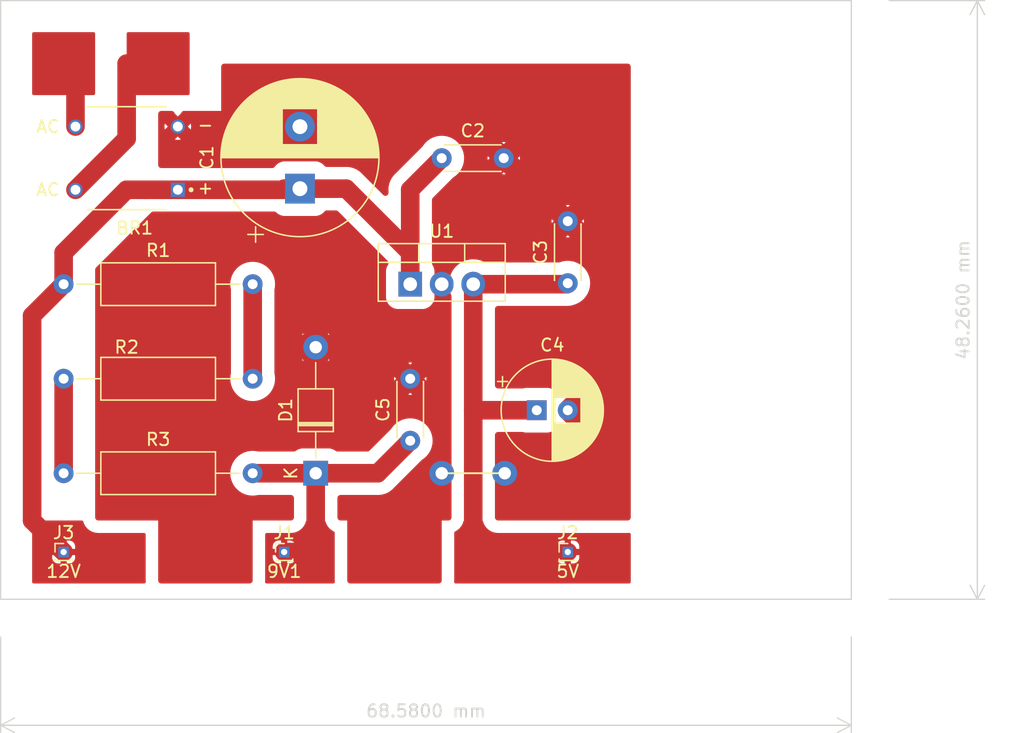
<source format=kicad_pcb>
(kicad_pcb (version 20221018) (generator pcbnew)
  (title_block (title "Power Supply") (date "2024-02-09") (rev "v0.1.2") (company "DagTech"))
  (layers (0 "F.Cu" signal) (31 "B.Cu" signal) (34 "B.Paste" user) (35 "F.Paste" user) (36 "B.SilkS" user "B.Silkscreen") (37 "F.SilkS" user "F.Silkscreen") (38 "B.Mask" user) (39 "F.Mask" user) (44 "Edge.Cuts" user))
  (net 0 "")
  (net 1 "+12V")
  (net 2 "GND")
  (net 3 "VAC")
  (net 4 "Net-(R1-Pad2)")
  (net 5 "Net-(R2-Pad2)")
  (net 6 "+5V")
  (net 7 "+9V")
  (footprint "Capacitor_THT:CP_Radial_D12.5mm_P5.00mm" (layer "F.Cu") (at 74.93 53.26 90)
    (fp_text reference "C1" (at 2.5 -7.5 90) (layer "F.SilkS"))
    (fp_text value "3300uF")
    (pad "1" thru_hole rect (at 0 0 90) (size 2.4 2.4) (drill 1.2) (layers "*.Cu" "*.Mask") (net 1 "+12V"))
    (pad "2" thru_hole circle (at 5 0 90) (size 2.4 2.4) (drill 1.2) (layers "*.Cu" "*.Mask") (net 2 "GND"))
  )
  (footprint "Resistor_THT:R_Axial_DIN0309_L9.0mm_D3.2mm_P15.24mm_Horizontal" (layer "F.Cu") (at 55.88 76.2)
    (fp_text reference "R3" (at 7.62 -2.72) (layer "F.SilkS"))
    (fp_text value "10R")
    (pad "1" thru_hole circle (at 0 0) (size 1.6 1.6) (drill 0.8) (layers "*.Cu" "*.Mask") (net 5 "Net-(R2-Pad2)"))
    (pad "2" thru_hole oval (at 15.24 0) (size 1.6 1.6) (drill 0.8) (layers "*.Cu" "*.Mask") (net 7 "+9V"))
  )
  (footprint "Capacitor_THT:C_Disc_D4.3mm_W1.9mm_P5.00mm" (layer "F.Cu") (at 96.52 60.88 90)
    (fp_text reference "C3" (at 2.5 -2.2 90) (layer "F.SilkS"))
    (fp_text value "100pF")
    (pad "1" thru_hole circle (at 0 0 90) (size 1.6 1.6) (drill 0.8) (layers "*.Cu" "*.Mask") (net 6 "+5V"))
    (pad "2" thru_hole circle (at 5 0 90) (size 1.6 1.6) (drill 0.8) (layers "*.Cu" "*.Mask") (net 2 "GND"))
  )
  (footprint "Capacitor_THT:C_Disc_D4.3mm_W1.9mm_P5.00mm" (layer "F.Cu") (at 83.82 73.58 90)
    (fp_text reference "C5" (at 2.5 -2.2 90) (layer "F.SilkS"))
    (fp_text value "100pF")
    (pad "1" thru_hole circle (at 0 0 90) (size 1.6 1.6) (drill 0.8) (layers "*.Cu" "*.Mask") (net 7 "+9V"))
    (pad "2" thru_hole circle (at 5 0 90) (size 1.6 1.6) (drill 0.8) (layers "*.Cu" "*.Mask") (net 2 "GND"))
  )
  (footprint "Capacitor_THT:CP_Radial_D8.0mm_P2.50mm" (layer "F.Cu") (at 94.02 71.12)
    (fp_text reference "C4" (at 1.25 -5.25) (layer "F.SilkS"))
    (fp_text value "470uF")
    (pad "1" thru_hole rect (at 0 0) (size 1.6 1.6) (drill 0.8) (layers "*.Cu" "*.Mask") (net 6 "+5V"))
    (pad "2" thru_hole circle (at 2.5 0) (size 1.6 1.6) (drill 0.8) (layers "*.Cu" "*.Mask") (net 2 "GND"))
  )
  (footprint "Package_TO_SOT_THT:TO-220-3_Vertical" (layer "F.Cu") (at 83.82 60.96)
    (fp_text reference "U1" (at 2.54 -4.27) (layer "F.SilkS"))
    (fp_text value "LM7805_TO220")
    (pad "1" thru_hole rect (at 0 0) (size 1.905 2) (drill 1.1) (layers "*.Cu" "*.Mask") (net 1 "+12V"))
    (pad "2" thru_hole oval (at 2.54 0) (size 1.905 2) (drill 1.1) (layers "*.Cu" "*.Mask") (net 2 "GND"))
    (pad "3" thru_hole oval (at 5.08 0) (size 1.905 2) (drill 1.1) (layers "*.Cu" "*.Mask") (net 6 "+5V"))
  )
  (footprint "Connector_PinHeader_1.00mm:PinHeader_1x01_P1.00mm_Vertical" (layer "F.Cu") (at 96.52 82.55)
    (fp_text reference "J2" (at 0 -1.56) (layer "F.SilkS"))
    (fp_text value "5V" (at 0 1.56) (layer "F.SilkS"))
    (pad "1" thru_hole rect (at 0 0) (size 0.85 0.85) (drill 0.5) (layers "*.Cu" "*.Mask") (net 6 "+5V"))
  )
  (footprint "Connector_PinHeader_1.00mm:PinHeader_1x01_P1.00mm_Vertical" (layer "F.Cu") (at 73.66 82.55)
    (fp_text reference "J1" (at 0 -1.56) (layer "F.SilkS"))
    (fp_text value "9V1" (at 0 1.56) (layer "F.SilkS"))
    (pad "1" thru_hole rect (at 0 0) (size 0.85 0.85) (drill 0.5) (layers "*.Cu" "*.Mask") (net 7 "+9V"))
  )
  (footprint "Capacitor_THT:C_Disc_D4.3mm_W1.9mm_P5.00mm" (layer "F.Cu") (at 86.36 50.8)
    (fp_text reference "C2" (at 2.5 -2.2) (layer "F.SilkS"))
    (fp_text value "100pF")
    (pad "1" thru_hole circle (at 0 0) (size 1.6 1.6) (drill 0.8) (layers "*.Cu" "*.Mask") (net 1 "+12V"))
    (pad "2" thru_hole circle (at 5 0) (size 1.6 1.6) (drill 0.8) (layers "*.Cu" "*.Mask") (net 2 "GND"))
  )
  (footprint "Resistor_THT:R_Axial_DIN0309_L9.0mm_D3.2mm_P15.24mm_Horizontal" (layer "F.Cu") (at 71.12 68.58 180)
    (fp_text reference "R2" (at 10.16 2.54 180) (layer "F.SilkS"))
    (fp_text value "10R")
    (pad "1" thru_hole circle (at 0 0 180) (size 1.6 1.6) (drill 0.8) (layers "*.Cu" "*.Mask") (net 4 "Net-(R1-Pad2)"))
    (pad "2" thru_hole oval (at 15.24 0 180) (size 1.6 1.6) (drill 0.8) (layers "*.Cu" "*.Mask") (net 5 "Net-(R2-Pad2)"))
  )
  (footprint "Diode_THT:D_T-1_P10.16mm_Horizontal" (layer "F.Cu") (at 76.2 76.2 90)
    (fp_text reference "D1" (at 5.08 -2.42 90) (layer "F.SilkS"))
    (fp_text value "9V1")
    (fp_text user "K" (at 0 -2 90) (layer "F.SilkS"))
    (pad "1" thru_hole rect (at 0 0 90) (size 2 2) (drill 1) (layers "*.Cu" "*.Mask") (net 7 "+9V"))
    (pad "2" thru_hole oval (at 10.16 0 90) (size 2 2) (drill 1) (layers "*.Cu" "*.Mask") (net 2 "GND"))
  )
  (footprint "Resistor_THT:R_Axial_DIN0309_L9.0mm_D3.2mm_P15.24mm_Horizontal" (layer "F.Cu") (at 55.88 60.96)
    (fp_text reference "R1" (at 7.62 -2.72) (layer "F.SilkS"))
    (fp_text value "10R")
    (pad "1" thru_hole circle (at 0 0) (size 1.6 1.6) (drill 0.8) (layers "*.Cu" "*.Mask") (net 1 "+12V"))
    (pad "2" thru_hole oval (at 15.24 0) (size 1.6 1.6) (drill 0.8) (layers "*.Cu" "*.Mask") (net 4 "Net-(R1-Pad2)"))
  )
  (footprint "Connector_PinHeader_1.00mm:PinHeader_1x01_P1.00mm_Vertical" (layer "F.Cu") (at 55.88 82.55)
    (fp_text reference "J3" (at 0 -1.56) (layer "F.SilkS"))
    (fp_text value "12V" (at 0 1.56) (layer "F.SilkS"))
    (pad "1" thru_hole rect (at 0 0) (size 0.85 0.85) (drill 0.5) (layers "*.Cu" "*.Mask") (net 1 "+12V"))
  )
  (footprint "DB107:DIP825W50P509L880H320Q4" (layer "F.Cu") (at 60.96 50.8 180)
    (fp_text reference "BR1" (at -0.645 -5.635) (layer "F.SilkS"))
    (fp_text value "DB107")
    (fp_text user "+" (at -6.35 -2.54 180 unlocked) (layer "F.SilkS"))
    (fp_text user "AC" (at 6.35 -2.54 180) (layer "F.SilkS"))
    (fp_text user "-" (at -6.35 2.54 180 unlocked) (layer "F.SilkS"))
    (fp_text user "AC" (at 6.35 2.54 180) (layer "F.SilkS"))
    (pad "1" thru_hole rect (at -4.125 -2.55 180) (size 1.14 1.14) (drill 0.79) (layers "*.Cu" "*.Mask") (net 1 "+12V"))
    (pad "2" thru_hole circle (at -4.125 2.55 180) (size 1.14 1.14) (drill 0.79) (layers "*.Cu" "*.Mask") (net 2 "GND"))
    (pad "3" thru_hole circle (at 4.125 2.55 180) (size 1.14 1.14) (drill 0.79) (layers "*.Cu" "*.Mask") (net 3 "VAC"))
    (pad "4" thru_hole circle (at 4.125 -2.55 180) (size 1.14 1.14) (drill 0.79) (layers "*.Cu" "*.Mask") (net 3 "VAC"))
  )
  (gr_line (start 91.44 76.2) (end 86.36 76.2) (stroke (width 0.15)) (layer "F.SilkS"))
  (gr_rect (start 50.8 38.1) (end 119.38 86.36) (stroke (width 0.1)) (fill none) (layer "Edge.Cuts"))
  (dimension (type aligned) (layer "Edge.Cuts") (pts (xy 119.38 88.9) (xy 50.8 88.9)) (height -7.62) (gr_text "68.5800 mm" (at 85.09 95.37) (layer "Edge.Cuts") (effects (font (size 1 1) (thickness 0.15)))) (format (prefix "") (suffix "") (units 3) (units_format 1) (precision 4)) (style (thickness 0.1) (arrow_length 1.27) (text_position_mode 0) (extension_height 0.58642) (extension_offset 0.5) keep_text_aligned))
  (dimension (type aligned) (layer "Edge.Cuts") (pts (xy 121.92 38.1) (xy 121.92 86.36)) (height -7.62) (gr_text "48.2600 mm" (at 128.39 62.23 90) (layer "Edge.Cuts") (effects (font (size 1 1) (thickness 0.15)))) (format (prefix "") (suffix "") (units 3) (units_format 1) (precision 4)) (style (thickness 0.1) (arrow_length 1.27) (text_position_mode 0) (extension_height 0.58642) (extension_offset 0.5) keep_text_aligned))
  (segment (start 53.34 80.01) (end 55.88 82.55) (width 1.5) (layer "F.Cu") (net 1))
  (segment (start 55.88 58.42) (end 55.88 60.96) (width 1.5) (layer "F.Cu") (net 1))
  (segment (start 60.95 53.35) (end 55.88 58.42) (width 1.5) (layer "F.Cu") (net 1))
  (segment (start 55.88 60.96) (end 53.34 63.5) (width 1.5) (layer "F.Cu") (net 1))
  (segment (start 78.66 53.26) (end 83.82 58.42) (width 1.5) (layer "F.Cu") (net 1))
  (segment (start 62.545 53.35) (end 60.95 53.35) (width 1.5) (layer "F.Cu") (net 1))
  (segment (start 62.545 53.35) (end 73.57 53.35) (width 1.5) (layer "F.Cu") (net 1))
  (segment (start 83.82 53.34) (end 83.82 60.96) (width 1.5) (layer "F.Cu") (net 1))
  (segment (start 83.82 58.42) (end 83.82 60.96) (width 1.5) (layer "F.Cu") (net 1))
  (segment (start 53.34 63.5) (end 53.34 80.01) (width 1.5) (layer "F.Cu") (net 1))
  (segment (start 73.57 53.35) (end 73.66 53.26) (width 1.5) (layer "F.Cu") (net 1))
  (segment (start 73.66 53.26) (end 78.66 53.26) (width 1.5) (layer "F.Cu") (net 1))
  (segment (start 86.36 50.8) (end 83.82 53.34) (width 1.5) (layer "F.Cu") (net 1))
  (via (at 91.44 76.2) (size 2) (drill 1) (layers "F.Cu" "B.Cu") (net 2))
  (via (at 86.36 76.2) (size 2) (drill 1) (layers "F.Cu" "B.Cu") (net 2))
  (segment (start 60.96 43.18) (end 63.5 43.18) (width 1.5) (layer "F.Cu") (net 3))
  (segment (start 56.835 53.35) (end 60.96 49.225) (width 1.5) (layer "F.Cu") (net 3))
  (segment (start 56.835 44.135) (end 56.835 48.25) (width 1.5) (layer "F.Cu") (net 3))
  (segment (start 56.835 44.135) (end 55.88 43.18) (width 1.5) (layer "F.Cu") (net 3))
  (segment (start 60.96 49.225) (end 60.96 43.18) (width 1.5) (layer "F.Cu") (net 3))
  (segment (start 71.12 68.58) (end 71.12 60.96) (width 1.5) (layer "F.Cu") (net 4))
  (segment (start 55.88 68.58) (end 55.88 76.2) (width 1.5) (layer "F.Cu") (net 5))
  (segment (start 88.9 71.12) (end 88.9 82.55) (width 1.5) (layer "F.Cu") (net 6))
  (segment (start 94.02 71.12) (end 88.9 71.12) (width 1.5) (layer "F.Cu") (net 6))
  (segment (start 88.9 82.55) (end 96.52 82.55) (width 1.5) (layer "F.Cu") (net 6))
  (segment (start 88.9 60.96) (end 88.9 71.12) (width 1.5) (layer "F.Cu") (net 6))
  (segment (start 88.9 60.96) (end 96.44 60.96) (width 1.5) (layer "F.Cu") (net 6))
  (segment (start 96.44 60.96) (end 96.52 60.88) (width 1.5) (layer "F.Cu") (net 6))
  (segment (start 76.2 76.2) (end 76.2 82.55) (width 1.5) (layer "F.Cu") (net 7))
  (segment (start 71.12 76.2) (end 76.2 76.2) (width 1.5) (layer "F.Cu") (net 7))
  (segment (start 81.2 76.2) (end 83.82 73.58) (width 1.5) (layer "F.Cu") (net 7))
  (segment (start 76.2 76.2) (end 81.2 76.2) (width 1.5) (layer "F.Cu") (net 7))
  (segment (start 76.2 82.55) (end 73.66 82.55) (width 1.5) (layer "F.Cu") (net 7))
  (zone (net 3) (net_name "VAC") (layer "F.Cu") (priority 1) (connect_pads (clearance 0.5)) (min_thickness 0.25) (fill yes (thermal_gap 0.5) (thermal_bridge_width 0.5))
    (polygon (pts (xy 60.96 40.64) (xy 66.04 40.64) (xy 66.04 45.72) (xy 60.96 45.72)))
  )
  (zone (net 7) (net_name "+9V") (layer "F.Cu") (priority 3) (connect_pads (clearance 0.5)) (min_thickness 0.25) (fill yes (thermal_gap 0.5) (thermal_bridge_width 0.5))
    (polygon (pts (xy 78.74 80.01) (xy 78.74 85.09) (xy 71.12 85.09) (xy 71.12 80.01)))
  )
  (zone (net 2) (net_name "GND") (layer "F.Cu") (priority 5) (connect_pads (clearance 1)) (min_thickness 0.5) (fill yes (thermal_gap 0.5) (thermal_bridge_width 2))
    (polygon (pts (xy 63.5 46.99) (xy 68.58 46.99) (xy 68.58 43.18) (xy 101.6 43.18) (xy 101.6 80.01) (xy 86.36 80.01) (xy 86.36 85.09) (xy 78.74 85.09) (xy 78.74 80.01) (xy 71.12 80.01) (xy 71.12 85.09) (xy 63.5 85.09) (xy 63.5 80.01) (xy 58.42 80.01) (xy 58.42 59.69) (xy 63.5 54.61)))
  )
  (zone (net 3) (net_name "VAC") (layer "F.Cu") (priority 2) (connect_pads yes (clearance 0.5)) (min_thickness 0.25) (fill yes (thermal_gap 0.5) (thermal_bridge_width 0.5))
    (polygon (pts (xy 53.34 40.64) (xy 58.42 40.64) (xy 58.42 45.72) (xy 53.34 45.72)))
  )
  (zone (net 6) (net_name "+5V") (layer "F.Cu") (connect_pads (clearance 0.5)) (min_thickness 0.25) (fill yes (thermal_gap 0.5) (thermal_bridge_width 0.5))
    (polygon (pts (xy 101.6 80.01) (xy 101.6 85.09) (xy 86.36 85.09) (xy 86.36 80.01)))
  )
  (zone (net 1) (net_name "+12V") (layer "F.Cu") (priority 4) (connect_pads (clearance 0.5)) (min_thickness 0.25) (fill yes (thermal_gap 0.5) (thermal_bridge_width 0.5))
    (polygon (pts (xy 53.34 80.01) (xy 63.5 80.01) (xy 63.5 85.09) (xy 53.34 85.09)))
  )
)
</source>
